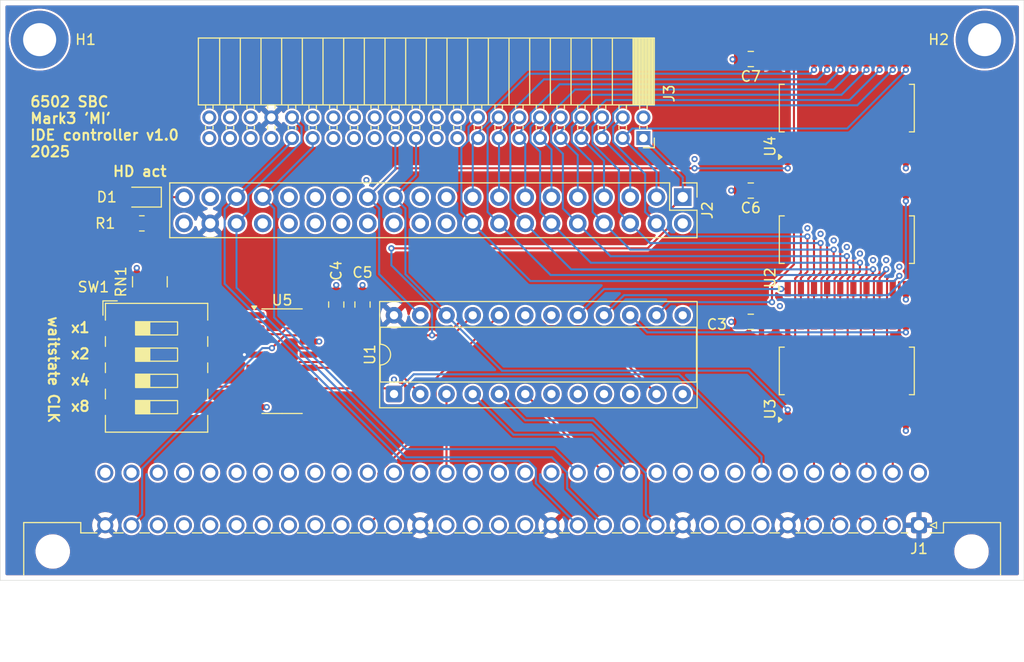
<source format=kicad_pcb>
(kicad_pcb (version 20241229) (generator "pcbnew") (generator_version "9.0")
  (layers (0 "F.Cu" signal) (4 "In1.Cu" signal) (6 "In2.Cu" signal) (2 "B.Cu" signal) (13 "F.Paste" user) (15 "B.Paste" user) (5 "F.SilkS" user "F.Silkscreen") (7 "B.SilkS" user "B.Silkscreen") (1 "F.Mask" user) (3 "B.Mask" user) (25 "Edge.Cuts" user))
  (net 0 "")
  (net 2 "GND")
  (net 5 "/~{IO_SEL_BUS}")
  (net 7 "/DB4")
  (net 8 "/DB1")
  (net 9 "VCC")
  (net 10 "/RES")
  (net 11 "/PLD_O8")
  (net 12 "/~{IOEN_01}")
  (net 13 "/DB6")
  (net 16 "/~{IO_WR}")
  (net 17 "/~{IOEN_06}")
  (net 18 "/PLD_O9")
  (net 19 "/AB0")
  (net 20 "/~{IOEN_07}")
  (net 22 "/DB5")
  (net 23 "/DB3")
  (net 24 "/CLOCK")
  (net 26 "/AB2")
  (net 27 "/DB0")
  (net 28 "/~{RES}")
  (net 29 "/~{IO_RD}")
  (net 30 "/~{NMI}")
  (net 31 "/~{IOEN_04}")
  (net 32 "/DB7")
  (net 33 "/AB4")
  (net 36 "/AB3")
  (net 37 "/PLD_I1")
  (net 39 "/PLD_O7")
  (net 41 "/AB1")
  (net 42 "/~{IOEN_02_UART}")
  (net 43 "/SYNC")
  (net 45 "/~{IOEN_00_GPIO0}")
  (net 48 "/~{IOEN_03}")
  (net 49 "/~{IRQ}")
  (net 50 "/~{IOEN_05}")
  (net 51 "/DB2")
  (net 54 "/RDY")
  (net 56 "/HD05")
  (net 57 "/HD01")
  (net 60 "/~{HD_WR}")
  (net 61 "/HD11")
  (net 63 "/~{HD_RD}")
  (net 65 "/HD04")
  (net 67 "/HD02")
  (net 68 "/HD07")
  (net 71 "/HD13")
  (net 73 "/HD15")
  (net 75 "/HD00")
  (net 77 "/HD09")
  (net 78 "/HD14")
  (net 79 "/HD10")
  (net 80 "/HD03")
  (net 82 "/HD12")
  (net 83 "/HD06")
  (net 85 "/HD08")
  (net 86 "/~{COUNTER_LOAD}")
  (net 87 "/~{LATCH_HI}")
  (net 90 "/~{EN_LO}")
  (net 91 "/WAITSTATE")
  (net 92 "/~{LATCH_HI_WR}")
  (net 94 "/COUNTER_DONE")
  (net 95 "/~{EN_HI}")
  (net 96 "/WAS_SEL")
  (net 104 "Net-(RN1-R4.1)")
  (net 105 "Net-(RN1-R3.1)")
  (net 106 "Net-(RN1-R1.1)")
  (net 107 "Net-(RN1-R2.1)")
  (net 127 "Net-(D1-K)")
  (net 128 "Net-(D1-A)")
  (footprint "LED_SMD:LED_0805_2012Metric_Pad1.15x1.40mm_HandSolder" (layer "F.Cu") (at 54.365 105.41 180)
    (property "Reference" "D1")
    (property "Value" "LED")
  )
  (footprint "MountingHole:MountingHole_3.2mm_M3_DIN965_Pad" (layer "F.Cu") (at 135.89 90.17)
    (property "Reference" "H2")
    (property "Value" "GND")
  )
  (footprint "Package_SO:SO-20_12.8x7.5mm_P1.27mm" (layer "F.Cu") (at 122.555 109.525 90)
    (property "Reference" "U2")
    (property "Value" "74HCT574")
  )
  (footprint "Connector_PinHeader_2.54mm:PinHeader_2x20_P2.54mm_Vertical" (layer "F.Cu") (at 106.68 105.41 -90)
    (property "Reference" "J2")
    (property "Value" "Conn_02x20_Odd_Even")
  )
  (footprint "Resistor_SMD:R_Array_Convex_4x0612" (layer "F.Cu") (at 55.118 113.603 90)
    (property "Reference" "RN1")
    (property "Value" "R_Pack04")
  )
  (footprint "Button_Switch_SMD:SW_DIP_SPSTx04_Slide_9.78x12.34mm_W8.61mm_P2.54mm" (layer "F.Cu") (at 55.766 121.92)
    (property "Reference" "SW1")
    (property "Value" "SW_DIP_x04")
  )
  (footprint "Package_SO:SO-20_12.8x7.5mm_P1.27mm" (layer "F.Cu") (at 122.555 122.225 90)
    (property "Reference" "U3")
    (property "Value" "74HCT574")
  )
  (footprint "Connector_PinSocket_2.00mm:PinSocket_2x22_P2.00mm_Horizontal" (layer "F.Cu") (at 102.87 99.695 -90)
    (property "Reference" "J3")
    (property "Value" "Conn_02x22_Odd_Even")
  )
  (footprint "Capacitor_SMD:C_0805_2012Metric_Pad1.18x1.45mm_HandSolder" (layer "F.Cu") (at 113.2625 92.046806 180)
    (property "Reference" "C7")
    (property "Value" "100nF")
  )
  (footprint "Package_DIP:DIP-24_W7.62mm_Socket" (layer "F.Cu") (at 78.74 124.46 90)
    (property "Reference" "U1")
    (property "Value" "PAL20RS10")
  )
  (footprint "Capacitor_SMD:C_0805_2012Metric_Pad1.18x1.45mm_HandSolder" (layer "F.Cu") (at 113.2625 104.775 180)
    (property "Reference" "C6")
    (property "Value" "100nF")
  )
  (footprint "Connector_DIN:DIN41612_C_2x32_Male_Horizontal_THT" (layer "F.Cu") (at 129.54 137.16 180)
    (property "Reference" "J1")
    (property "Value" "DIN41612_02x32_AC")
  )
  (footprint "Package_SO:SO-16_3.9x9.9mm_P1.27mm" (layer "F.Cu") (at 67.91 121.285)
    (property "Reference" "U5")
    (property "Value" "74HC193")
  )
  (footprint "Package_SO:SO-20_12.8x7.5mm_P1.27mm" (layer "F.Cu") (at 122.555 96.796806 90)
    (property "Reference" "U4")
    (property "Value" "74HC245")
  )
  (footprint "MountingHole:MountingHole_3.2mm_M3_DIN965_Pad" (layer "F.Cu") (at 44.45 90.17)
    (property "Reference" "H1")
    (property "Value" "GND")
  )
  (footprint "Capacitor_SMD:C_0805_2012Metric_Pad1.18x1.45mm_HandSolder" (layer "F.Cu") (at 73.152 115.8025 90)
    (property "Reference" "C4")
    (property "Value" "100nF")
  )
  (footprint "Capacitor_SMD:C_0805_2012Metric_Pad1.18x1.45mm_HandSolder" (layer "F.Cu") (at 113.2625 117.475 180)
    (property "Reference" "C3")
    (property "Value" "100nF")
  )
  (footprint "Resistor_SMD:R_0805_2012Metric_Pad1.20x1.40mm_HandSolder" (layer "F.Cu") (at 54.34 107.95 180)
    (property "Reference" "R1")
    (property "Value" "R")
  )
  (footprint "Capacitor_SMD:C_0805_2012Metric_Pad1.18x1.45mm_HandSolder" (layer "F.Cu") (at 75.692 115.8025 90)
    (property "Reference" "C5")
    (property "Value" "100nF")
  )
  (gr_line (start 139.7 142.494) (end 40.64 142.494) (stroke (width 0.05)) (layer "Edge.Cuts"))
  (gr_line (start 40.64 86.36) (end 139.7 86.36) (stroke (width 0.05)) (layer "Edge.Cuts"))
  (gr_line (start 40.64 142.494) (end 40.64 86.36) (stroke (width 0.05)) (layer "Edge.Cuts"))
  (gr_line (start 139.7 86.36) (end 139.7 142.494) (stroke (width 0.05)) (layer "Edge.Cuts"))
  (gr_text "6502 SBC \nMark3 'MI'\nIDE controller v1.0\n2025" (at 43.434 101.6 0) (layer "F.SilkS") (effects (font (size 1 1) (thickness 0.2) (bold yes)) (justify left bottom)))
  (gr_text "x1" (at 47.371 118.618 0) (layer "F.SilkS") (effects (font (size 1 1) (thickness 0.2) (bold yes)) (justify left bottom)))
  (gr_text "HD act" (at 51.435 103.505 0) (layer "F.SilkS") (effects (font (size 1 1) (thickness 0.2) (bold yes)) (justify left bottom)))
  (gr_text "waitstate CLK" (at 45.212 116.84 270) (layer "F.SilkS") (effects (font (size 1 1) (thickness 0.2) (bold yes)) (justify left bottom)))
  (gr_text "x2" (at 47.371 121.158 0) (layer "F.SilkS") (effects (font (size 1 1) (thickness 0.2) (bold yes)) (justify left bottom)))
  (gr_text "x4" (at 47.371 123.698 0) (layer "F.SilkS") (effects (font (size 1 1) (thickness 0.2) (bold yes)) (justify left bottom)))
  (gr_text "x8" (at 47.371 126.238 0) (layer "F.SilkS") (effects (font (size 1 1) (thickness 0.2) (bold yes)) (justify left bottom)))
  (segment (start 111.534194 92.046806) (end 111.506 92.075) (width 0.5) (layer "F.Cu") (net 2))
  (segment (start 112.225 117.475) (end 111.379 117.475) (width 0.5) (layer "F.Cu") (net 2))
  (segment (start 56.388 112.903) (end 53.848 112.903) (width 0.5) (layer "F.Cu") (net 2))
  (segment (start 112.225 104.775) (end 111.379 104.775) (width 0.5) (layer "F.Cu") (net 2))
  (segment (start 71.5 119.38) (end 71.501 119.379) (width 0.5) (layer "F.Cu") (net 2))
  (segment (start 53.848 112.903) (end 53.848 112.268) (width 0.5) (layer "F.Cu") (net 2))
  (segment (start 73.152 114.765) (end 73.152 113.919) (width 0.5) (layer "F.Cu") (net 2))
  (segment (start 70.485 119.38) (end 71.5 119.38) (width 0.5) (layer "F.Cu") (net 2))
  (segment (start 128.27 127) (end 128.27 128.016) (width 0.5) (layer "F.Cu") (net 2))
  (segment (start 112.225 92.046806) (end 111.534194 92.046806) (width 0.5) (layer "F.Cu") (net 2))
  (segment (start 128.27 101.546806) (end 128.27 102.616) (width 0.5) (layer "F.Cu") (net 2))
  (segment (start 128.27 114.3) (end 128.27 115.316) (width 0.5) (layer "F.Cu") (net 2))
  (segment (start 65.335 125.73) (end 66.421 125.73) (width 0.5) (layer "F.Cu") (net 2))
  (segment (start 75.692 114.765) (end 75.692 113.919) (width 0.5) (layer "F.Cu") (net 2))
  (via (at 128.27 128.016) (size 0.6) (drill 0.3) (layers "F.Cu" "B.Cu") (net 2))
  (via (at 128.27 102.616) (size 0.6) (drill 0.3) (layers "F.Cu" "B.Cu") (net 2))
  (via (at 107.823 101.727) (size 0.6) (drill 0.3) (layers "F.Cu" "B.Cu") (net 2))
  (via (at 75.692 113.919) (size 0.6) (drill 0.3) (layers "F.Cu" "B.Cu") (net 2))
  (via (at 66.421 125.73) (size 0.6) (drill 0.3) (layers "F.Cu" "B.Cu") (net 2))
  (via (at 120.015 108.966) (size 0.6) (drill 0.3) (layers "F.Cu" "B.Cu") (net 2))
  (via (at 128.27 115.316) (size 0.6) (drill 0.3) (layers "F.Cu" "B.Cu") (net 2))
  (via (at 73.152 113.919) (size 0.6) (drill 0.3) (layers "F.Cu" "B.Cu") (net 2))
  (via (at 78.74 123.063) (size 0.6) (drill 0.3) (layers "F.Cu" "B.Cu") (net 2))
  (via (at 116.078 115.951) (size 0.6) (drill 0.3) (layers "F.Cu" "B.Cu") (net 2))
  (via (at 76.073 103.759) (size 0.6) (drill 0.3) (layers "F.Cu" "B.Cu") (net 2))
  (via (at 53.848 112.268) (size 0.6) (drill 0.3) (layers "F.Cu" "B.Cu") (net 2))
  (via (at 123.825 110.871) (size 0.6) (drill 0.3) (layers "F.Cu" "B.Cu") (net 2))
  (via (at 127.635 112.141) (size 0.6) (drill 0.3) (layers "F.Cu" "B.Cu") (net 2))
  (via (at 125.095 111.506) (size 0.6) (drill 0.3) (layers "F.Cu" "B.Cu") (net 2))
  (via (at 71.501 119.379) (size 0.6) (drill 0.3) (layers "F.Cu" "B.Cu") (net 2))
  (via (at 122.555 110.236) (size 0.6) (drill 0.3) (layers "F.Cu" "B.Cu") (net 2))
  (via (at 111.379 104.775) (size 0.6) (drill 0.3) (layers "F.Cu" "B.Cu") (net 2))
  (via (at 111.379 117.475) (size 0.6) (drill 0.3) (layers "F.Cu" "B.Cu") (net 2))
  (via (at 118.745 108.419997) (size 0.6) (drill 0.3) (layers "F.Cu" "B.Cu") (net 2))
  (via (at 121.285 109.601) (size 0.6) (drill 0.3) (layers "F.Cu" "B.Cu") (net 2))
  (via (at 126.365 111.506) (size 0.6) (drill 0.3) (layers "F.Cu" "B.Cu") (net 2))
  (via (at 111.506 92.075) (size 0.6) (drill 0.3) (layers "F.Cu" "B.Cu") (net 2))
  (segment (start 123.19 104.775) (end 123.19 101.546806) (width 0.2) (layer "F.Cu") (net 7))
  (segment (start 123.19 135.89) (end 123.19 126.975) (width 0.2) (layer "F.Cu") (net 7))
  (segment (start 122.639 126.449) (end 122.639 113.299) (width 0.2) (layer "F.Cu") (net 7))
  (segment (start 123.19 127) (end 122.639 126.449) (width 0.2) (layer "F.Cu") (net 7))
  (segment (start 124.46 137.16) (end 123.19 135.89) (width 0.2) (layer "F.Cu") (net 7))
  (segment (start 123.19 112.748) (end 123.19 104.8) (width 0.2) (layer "F.Cu") (net 7))
  (segment (start 122.639 113.299) (end 123.19 112.748) (width 0.2) (layer "F.Cu") (net 7))
  (segment (start 119.38 132.08) (end 119.38 126.975) (width 0.2) (layer "F.Cu") (net 8))
  (segment (start 119.38 104.775) (end 119.38 101.546806) (width 0.2) (layer "F.Cu") (net 8))
  (segment (start 119.38 112.748) (end 119.38 104.8) (width 0.2) (layer "F.Cu") (net 8))
  (segment (start 118.829 126.449) (end 118.829 113.299) (width 0.2) (layer "F.Cu") (net 8))
  (segment (start 119.38 127) (end 118.829 126.449) (width 0.2) (layer "F.Cu") (net 8))
  (segment (start 118.829 113.299) (end 119.38 112.748) (width 0.2) (layer "F.Cu") (net 8))
  (segment (start 75.692 116.84) (end 73.152 116.84) (width 0.5) (layer "F.Cu") (net 9))
  (segment (start 114.3 92.046806) (end 116.84 92.046806) (width 0.5) (layer "F.Cu") (net 9))
  (segment (start 114.3 104.775) (end 114.3 92.046806) (width 0.5) (layer "F.Cu") (net 9))
  (segment (start 115.57 135.89) (end 115.57 130.81) (width 0.5) (layer "F.Cu") (net 9))
  (segment (start 114.3 117.475) (end 110.109 113.284) (width 0.5) (layer "F.Cu") (net 9))
  (segment (start 115.57 130.81) (end 114.3 129.54) (width 0.5) (layer "F.Cu") (net 9))
  (segment (start 64.262 120.65) (end 65.335 120.65) (width 0.5) (layer "F.Cu") (net 9))
  (segment (start 73.152 116.84) (end 70.485 116.84) (width 0.5) (layer "F.Cu") (net 9))
  (segment (start 105.454 138.386) (end 95.206 138.386) (width 0.5) (layer "F.Cu") (net 9))
  (segment (start 116.815 117.475) (end 116.84 117.5) (width 0.5) (layer "F.Cu") (net 9))
  (segment (start 115.614 138.386) (end 107.906 138.386) (width 0.5) (layer "F.Cu") (net 9))
  (segment (start 114.3 117.446806) (end 114.3 104.775) (width 0.5) (layer "F.Cu") (net 9))
  (segment (start 110.109 113.284) (end 79.248 113.284) (width 0.5) (layer "F.Cu") (net 9))
  (segment (start 116.84 137.16) (end 115.614 138.386) (width 0.5) (layer "F.Cu") (net 9))
  (segment (start 79.248 113.284) (end 75.692 116.84) (width 0.5) (layer "F.Cu") (net 9))
  (segment (start 95.206 138.386) (end 93.98 137.16) (width 0.5) (layer "F.Cu") (net 9))
  (segment (start 107.906 138.386) (end 106.68 137.16) (width 0.5) (layer "F.Cu") (net 9))
  (segment (start 116.815 104.775) (end 116.84 104.8) (width 0.5) (layer "F.Cu") (net 9))
  (segment (start 114.3 104.775) (end 116.815 104.775) (width 0.5) (layer "F.Cu") (net 9))
  (segment (start 114.3 117.475) (end 116.815 117.475) (width 0.5) (layer "F.Cu") (net 9))
  (segment (start 114.3 129.54) (end 114.3 117.446806) (width 0.5) (layer "F.Cu") (net 9))
  (segment (start 106.68 137.16) (end 105.454 138.386) (width 0.5) (layer "F.Cu") (net 9))
  (segment (start 116.84 137.16) (end 115.57 135.89) (width 0.5) (layer "F.Cu") (net 9))
  (via (at 64.262 120.65) (size 0.6) (drill 0.3) (layers "F.Cu" "B.Cu") (net 9))
  (segment (start 52.026 135.934) (end 52.026 131.660174) (width 0.5) (layer "B.Cu") (net 9))
  (segment (start 52.026 131.660174) (end 63.036174 120.65) (width 0.5) (layer "B.Cu") (net 9))
  (segment (start 50.8 137.16) (end 52.026 135.934) (width 0.5) (layer "B.Cu") (net 9))
  (segment (start 63.036174 120.65) (end 64.262 120.65) (width 0.5) (layer "B.Cu") (net 9))
  (segment (start 83.82 124.46) (end 83.82 132.08) (width 0.2) (layer "F.Cu") (net 12))
  (segment (start 125.73 127) (end 125.179 126.449) (width 0.2) (layer "F.Cu") (net 13))
  (segment (start 125.179 113.299) (end 125.73 112.748) (width 0.2) (layer "F.Cu") (net 13))
  (segment (start 125.73 104.775) (end 125.73 101.546806) (width 0.2) (layer "F.Cu") (net 13))
  (segment (start 127 137.16) (end 125.73 135.89) (width 0.2) (layer "F.Cu") (net 13))
  (segment (start 125.73 112.748) (end 125.73 104.8) (width 0.2) (layer "F.Cu") (net 13))
  (segment (start 125.179 126.449) (end 125.179 113.299) (width 0.2) (layer "F.Cu") (net 13))
  (segment (start 125.73 135.89) (end 125.73 126.975) (width 0.2) (layer "F.Cu") (net 13))
  (segment (start 91.44 127) (end 88.9 124.46) (width 0.2) (layer "B.Cu") (net 16))
  (segment (start 104.14 137.16) (end 103.114 136.134) (width 0.2) (layer "B.Cu") (net 16))
  (segment (start 103.114 132.143016) (end 97.970984 127) (width 0.2) (layer "B.Cu") (net 16))
  (segment (start 103.114 136.134) (end 103.114 132.143016) (width 0.2) (layer "B.Cu") (net 16))
  (segment (start 97.970984 127) (end 91.44 127) (width 0.2) (layer "B.Cu") (net 16))
  (segment (start 69.589744 123.909) (end 78.189 123.909) (width 0.2) (layer "F.Cu") (net 18))
  (segment (start 67.600744 121.92) (end 69.589744 123.909) (width 0.2) (layer "F.Cu") (net 18))
  (segment (start 65.335 121.92) (end 67.600744 121.92) (width 0.2) (layer "F.Cu") (net 18))
  (segment (start 78.189 123.909) (end 78.74 124.46) (width 0.2) (layer "F.Cu") (net 18))
  (segment (start 78.74 124.46) (end 80.645 122.555) (width 0.2) (layer "B.Cu") (net 18))
  (segment (start 106.33205 122.555) (end 114.3 130.52295) (width 0.2) (layer "B.Cu") (net 18))
  (segment (start 114.3 130.52295) (end 114.3 132.08) (width 0.2) (layer "B.Cu") (net 18))
  (segment (start 80.645 122.555) (end 106.33205 122.555) (width 0.2) (layer "B.Cu") (net 18))
  (segment (start 96.52 137.16) (end 92.466 133.106) (width 0.2) (layer "B.Cu") (net 19))
  (segment (start 62.357 113.792) (end 62.357 106.553) (width 0.2) (layer "B.Cu") (net 19))
  (segment (start 92.466 133.106) (end 92.466 131.655016) (width 0.2) (layer "B.Cu") (net 19))
  (segment (start 91.747984 130.937) (end 79.502 130.937) (width 0.2) (layer "B.Cu") (net 19))
  (segment (start 79.502 130.937) (end 62.357 113.792) (width 0.2) (layer "B.Cu") (net 19))
  (segment (start 92.466 131.655016) (end 91.747984 130.937) (width 0.2) (layer "B.Cu") (net 19))
  (segment (start 68.87 100.04) (end 68.87 99.695) (width 0.2) (layer "B.Cu") (net 19))
  (segment (start 62.357 106.553) (end 63.5 105.41) (width 0.2) (layer "B.Cu") (net 19))
  (segment (start 63.5 105.41) (end 68.87 100.04) (width 0.2) (layer "B.Cu") (net 19))
  (segment (start 124.46 127) (end 123.909 126.449) (width 0.2) (layer "F.Cu") (net 22))
  (segment (start 124.46 132.08) (end 124.46 126.975) (width 0.2) (layer "F.Cu") (net 22))
  (segment (start 123.909 126.449) (end 123.909 113.299) (width 0.2) (layer "F.Cu") (net 22))
  (segment (start 124.46 104.775) (end 124.46 101.546806) (width 0.2) (layer "F.Cu") (net 22))
  (segment (start 124.46 112.748) (end 124.46 104.8) (width 0.2) (layer "F.Cu") (net 22))
  (segment (start 123.909 113.299) (end 124.46 112.748) (width 0.2) (layer "F.Cu") (net 22))
  (segment (start 121.369 113.299) (end 121.92 112.748) (width 0.2) (layer "F.Cu") (net 23))
  (segment (start 121.92 104.775) (end 121.92 101.546806) (width 0.2) (layer "F.Cu") (net 23))
  (segment (start 121.92 132.08) (end 121.92 126.975) (width 0.2) (layer "F.Cu") (net 23))
  (segment (start 121.92 112.748) (end 121.92 104.8) (width 0.2) (layer "F.Cu") (net 23))
  (segment (start 121.369 126.449) (end 121.369 113.299) (width 0.2) (layer "F.Cu") (net 23))
  (segment (start 121.92 127) (end 121.369 126.449) (width 0.2) (layer "F.Cu") (net 23))
  (segment (start 64.643 105.231562) (end 69.796 100.078562) (width 0.2) (layer "B.Cu") (net 26))
  (segment (start 63.5 114.173) (end 79.913 130.586) (width 0.2) (layer "B.Cu") (net 26))
  (segment (start 95.494 132.07) (end 95.494 133.594) (width 0.2) (layer "B.Cu") (net 26))
  (segment (start 63.5 107.95) (end 63.5 114.173) (width 0.2) (layer "B.Cu") (net 26))
  (segment (start 79.913 130.586) (end 94.01 130.586) (width 0.2) (layer "B.Cu") (net 26))
  (segment (start 95.494 133.594) (end 99.06 137.16) (width 0.2) (layer "B.Cu") (net 26))
  (segment (start 69.796 100.078562) (end 69.796 98.621) (width 0.2) (layer "B.Cu") (net 26))
  (segment (start 63.5 107.95) (end 64.643 106.807) (width 0.2) (layer "B.Cu") (net 26))
  (segment (start 94.01 130.586) (end 95.494 132.07) (width 0.2) (layer "B.Cu") (net 26))
  (segment (start 64.643 106.807) (end 64.643 105.231562) (width 0.2) (layer "B.Cu") (net 26))
  (segment (start 69.796 98.621) (end 68.87 97.695) (width 0.2) (layer "B.Cu") (net 26))
  (segment (start 117.559 113.274) (end 118.11 112.723) (width 0.2) (layer "F.Cu") (net 27))
  (segment (start 118.11 104.775) (end 118.11 101.546806) (width 0.2) (layer "F.Cu") (net 27))
  (segment (start 119.38 137.16) (end 118.11 135.89) (width 0.2) (layer "F.Cu") (net 27))
  (segment (start 118.11 135.89) (end 118.11 126.975) (width 0.2) (layer "F.Cu") (net 27))
  (segment (start 118.11 112.723) (end 118.11 104.775) (width 0.2) (layer "F.Cu") (net 27))
  (segment (start 117.559 126.424) (end 117.559 113.274) (width 0.2) (layer "F.Cu") (net 27))
  (segment (start 118.11 126.975) (end 117.559 126.424) (width 0.2) (layer "F.Cu") (net 27))
  (segment (start 106.68 105.41) (end 105.529 106.561) (width 0.2) (layer "F.Cu") (net 28))
  (segment (start 97.571 117.891) (end 93.544661 117.891) (width 0.2) (layer "F.Cu") (net 28))
  (segment (start 85.22667 117.35767) (end 83.805339 118.779) (width 0.2) (layer "F.Cu") (net 28))
  (segment (start 105.529 106.561) (end 105.529 108.11805) (width 0.2) (layer "F.Cu") (net 28))
  (segment (start 105.529 108.11805) (end 103.28405 110.363) (width 0.2) (layer "F.Cu") (net 28))
  (segment (start 92.837 116.205) (end 92.075 115.443) (width 0.2) (layer "F.Cu") (net 28))
  (segment (start 85.22667 116.19533) (end 85.22667 117.35767) (width 0.2) (layer "F.Cu") (net 28))
  (segment (start 92.837 117.183339) (end 92.837 116.205) (width 0.2) (layer "F.Cu") (net 28))
  (segment (start 68.165 118.779) (end 66.929 120.015) (width 0.2) (layer "F.Cu") (net 28))
  (segment (start 103.28405 110.363) (end 78.486 110.363) (width 0.2) (layer "F.Cu") (net 28))
  (segment (start 93.544661 117.891) (end 92.837 117.183339) (width 0.2) (layer "F.Cu") (net 28))
  (segment (start 92.075 115.443) (end 85.979 115.443) (width 0.2) (layer "F.Cu") (net 28))
  (segment (start 83.805339 118.779) (end 68.165 118.779) (width 0.2) (layer "F.Cu") (net 28))
  (segment (start 85.979 115.443) (end 85.22667 116.19533) (width 0.2) (layer "F.Cu") (net 28))
  (segment (start 104.14 124.46) (end 97.571 117.891) (width 0.2) (layer "F.Cu") (net 28))
  (via (at 66.929 120.015) (size 0.6) (drill 0.3) (layers "F.Cu" "B.Cu") (net 28))
  (via (at 82.423 118.779) (size 0.6) (drill 0.3) (layers "F.Cu" "B.Cu") (net 28))
  (via (at 78.486 110.363) (size 0.6) (drill 0.3) (layers "F.Cu" "B.Cu") (net 28))
  (segment (start 106.68 103.505) (end 102.87 99.695) (width 0.2) (layer "B.Cu") (net 28))
  (segment (start 66.006016 120.015) (end 54.366 131.655016) (width 0.2) (layer "B.Cu") (net 28))
  (segment (start 82.423 115.939388) (end 82.423 118.779) (width 0.2) (layer "B.Cu") (net 28))
  (segment (start 54.366 136.134) (end 53.34 137.16) (width 0.2) (layer "B.Cu") (net 28))
  (segment (start 66.929 120.015) (end 66.006016 120.015) (width 0.2) (layer "B.Cu") (net 28))
  (segment (start 78.486 110.363) (end 78.486 112.002388) (width 0.2) (layer "B.Cu") (net 28))
  (segment (start 106.68 105.41) (end 106.68 103.505) (width 0.2) (layer "B.Cu") (net 28))
  (segment (start 78.486 112.002388) (end 82.423 115.939388) (width 0.2) (layer "B.Cu") (net 28))
  (segment (start 54.366 131.655016) (end 54.366 136.134) (width 0.2) (layer "B.Cu") (net 28))
  (segment (start 90.297 128.397) (end 86.36 124.46) (width 0.2) (layer "B.Cu") (net 29))
  (segment (start 101.6 132.08) (end 97.917 128.397) (width 0.2) (layer "B.Cu") (net 29))
  (segment (start 97.917 128.397) (end 90.297 128.397) (width 0.2) (layer "B.Cu") (net 29))
  (segment (start 127 112.748) (end 127 104.8) (width 0.2) (layer "F.Cu") (net 32))
  (segment (start 127 127) (end 126.449 126.449) (width 0.2) (layer "F.Cu") (net 32))
  (segment (start 126.449 113.299) (end 127 112.748) (width 0.2) (layer "F.Cu") (net 32))
  (segment (start 127 104.775) (end 127 101.546806) (width 0.2) (layer "F.Cu") (net 32))
  (segment (start 127 132.08) (end 127 126.975) (width 0.2) (layer "F.Cu") (net 32))
  (segment (start 126.449 126.449) (end 126.449 113.299) (width 0.2) (layer "F.Cu") (net 32))
  (segment (start 99.06 132.08) (end 91.44 124.46) (width 0.2) (layer "F.Cu") (net 36))
  (segment (start 70.87 100.58) (end 70.87 99.695) (width 0.2) (layer "B.Cu") (net 41))
  (segment (start 96.52 132.08) (end 94.234 129.794) (width 0.2) (layer "B.Cu") (net 41))
  (segment (start 67.141 117.052) (end 67.141 106.511) (width 0.2) (layer "B.Cu") (net 41))
  (segment (start 79.883 129.794) (end 67.141 117.052) (width 0.2) (layer "B.Cu") (net 41))
  (segment (start 66.04 105.41) (end 70.87 100.58) (width 0.2) (layer "B.Cu") (net 41))
  (segment (start 67.141 106.511) (end 66.04 105.41) (width 0.2) (layer "B.Cu") (net 41))
  (segment (start 94.234 129.794) (end 79.883 129.794) (width 0.2) (layer "B.Cu") (net 41))
  (segment (start 120.65 127) (end 120.099 126.449) (width 0.2) (layer "F.Cu") (net 51))
  (segment (start 120.65 112.748) (end 120.65 104.8) (width 0.2) (layer "F.Cu") (net 51))
  (segment (start 120.65 135.89) (end 120.65 126.975) (width 0.2) (layer "F.Cu") (net 51))
  (segment (start 120.099 126.449) (end 120.099 113.299) (width 0.2) (layer "F.Cu") (net 51))
  (segment (start 121.92 137.16) (end 120.65 135.89) (width 0.2) (layer "F.Cu") (net 51))
  (segment (start 120.65 104.775) (end 120.65 101.546806) (width 0.2) (layer "F.Cu") (net 51))
  (segment (start 120.099 113.299) (end 120.65 112.748) (width 0.2) (layer "F.Cu") (net 51))
  (segment (start 82.769 126.600016) (end 77.226 132.143016) (width 0.2) (layer "F.Cu") (net 54))
  (segment (start 77.226 136.134) (end 76.2 137.16) (width 0.2) (layer "F.Cu") (net 54))
  (segment (start 77.226 132.143016) (end 77.226 136.134) (width 0.2) (layer "F.Cu") (net 54))
  (segment (start 88.9 116.84) (end 82.769 122.971) (width 0.2) (layer "F.Cu") (net 54))
  (segment (start 82.769 122.971) (end 82.769 126.600016) (width 0.2) (layer "F.Cu") (net 54))
  (via (at 125.73 93.091) (size 0.6) (drill 0.3) (layers "F.Cu" "B.Cu") (net 56))
  (segment (start 97.944 97.311438) (end 99.243438 96.012) (width 0.2) (layer "B.Cu") (net 56))
  (segment (start 99.243438 96.012) (end 122.809 96.012) (width 0.2) (layer "B.Cu") (net 56))
  (segment (start 96.87 99.004562) (end 97.944 97.930562) (width 0.2) (layer "B.Cu") (net 56))
  (segment (start 99.06 101.885) (end 96.87 99.695) (width 0.2) (layer "B.Cu") (net 56))
  (segment (start 96.87 99.695) (end 96.87 99.004562) (width 0.2) (layer "B.Cu") (net 56))
  (segment (start 99.06 105.41) (end 99.06 101.885) (width 0.2) (layer "B.Cu") (net 56))
  (segment (start 122.809 96.012) (end 125.73 93.091) (width 0.2) (layer "B.Cu") (net 56))
  (segment (start 97.944 97.930562) (end 97.944 97.311438) (width 0.2) (layer "B.Cu") (net 56))
  (segment (start 120.65 93.091) (end 120.65 92.046806) (width 0.2) (layer "F.Cu") (net 57))
  (via (at 120.65 93.091) (size 0.6) (drill 0.3) (layers "F.Cu" "B.Cu") (net 57))
  (segment (start 93.245438 94.01) (end 119.38 94.01) (width 0.2) (layer "B.Cu") (net 57))
  (segment (start 88.87 99.695) (end 88.87 99.152562) (width 0.2) (layer "B.Cu") (net 57))
  (segment (start 89.944 97.311438) (end 93.245438 94.01) (width 0.2) (layer "B.Cu") (net 57))
  (segment (start 88.9 105.41) (end 88.9 99.725) (width 0.2) (layer "B.Cu") (net 57))
  (segment (start 89.944 98.078562) (end 89.944 97.311438) (width 0.2) (layer "B.Cu") (net 57))
  (segment (start 119.38 94.01) (end 119.731 94.01) (width 0.2) (layer "B.Cu") (net 57))
  (segment (start 88.87 99.152562) (end 89.944 98.078562) (width 0.2) (layer "B.Cu") (net 57))
  (segment (start 88.9 99.725) (end 88.87 99.695) (width 0.2) (layer "B.Cu") (net 57))
  (segment (start 119.731 94.01) (end 120.65 93.091) (width 0.2) (layer "B.Cu") (net 57))
  (segment (start 116.84 125.984) (end 116.84 126.975) (width 0.2) (layer "F.Cu") (net 60))
  (via (at 116.84 125.984) (size 0.6) (drill 0.3) (layers "F.Cu" "B.Cu") (net 60))
  (segment (start 89.184 122.204) (end 113.06 122.204) (width 0.2) (layer "B.Cu") (net 60))
  (segment (start 83.82 116.84) (end 79.841 112.861) (width 0.2) (layer "B.Cu") (net 60))
  (segment (start 113.06 122.204) (end 116.84 125.984) (width 0.2) (layer "B.Cu") (net 60))
  (segment (start 79.841 112.861) (end 79.841 106.511) (width 0.2) (layer "B.Cu") (net 60))
  (segment (start 79.841 106.511) (end 78.74 105.41) (width 0.2) (layer "B.Cu") (net 60))
  (segment (start 83.82 116.84) (end 89.184 122.204) (width 0.2) (layer "B.Cu") (net 60))
  (segment (start 78.74 105.41) (end 80.87 103.28) (width 0.2) (layer "B.Cu") (net 60))
  (segment (start 80.87 103.28) (end 80.87 99.695) (width 0.2) (layer "B.Cu") (net 60))
  (segment (start 122.555 112.69) (end 121.92 113.325) (width 0.2) (layer "F.Cu") (net 61))
  (segment (start 121.92 117.475) (end 121.92 114.275) (width 0.2) (layer "F.Cu") (net 61))
  (segment (start 122.555 111.125) (end 122.555 112.69) (width 0.2) (layer "F.Cu") (net 61))
  (segment (start 121.92 113.325) (end 121.92 114.275) (width 0.2) (layer "F.Cu") (net 61))
  (via (at 122.555 111.125) (size 0.6) (drill 0.3) (layers "F.Cu" "B.Cu") (net 61))
  (segment (start 93.944 100.078562) (end 93.944 98.621) (width 0.2) (layer "B.Cu") (net 61))
  (segment (start 95.081 101.215562) (end 93.944 100.078562) (width 0.2) (layer "B.Cu") (net 61))
  (segment (start 99.695 111.125) (end 122.555 111.125) (width 0.2) (layer "B.Cu") (net 61))
  (segment (start 95.081 106.511) (end 95.081 101.215562) (width 0.2) (layer "B.Cu") (net 61))
  (segment (start 99.441 110.871) (end 99.695 111.125) (width 0.2) (layer "B.Cu") (net 61))
  (segment (start 96.52 107.95) (end 99.441 110.871) (width 0.2) (layer "B.Cu") (net 61))
  (segment (start 96.52 107.95) (end 95.081 106.511) (width 0.2) (layer "B.Cu") (net 61))
  (segment (start 93.944 98.621) (end 94.87 97.695) (width 0.2) (layer "B.Cu") (net 61))
  (segment (start 78.994 102.616) (end 76.2 105.41) (width 0.2) (layer "F.Cu") (net 63))
  (segment (start 107.823 102.616) (end 78.994 102.616) (width 0.2) (layer "F.Cu") (net 63))
  (segment (start 116.84 102.616) (end 116.84 101.546806) (width 0.2) (layer "F.Cu") (net 63))
  (via (at 116.84 102.616) (size 0.6) (drill 0.3) (layers "F.Cu" "B.Cu") (net 63))
  (via (at 107.823 102.616) (size 0.6) (drill 0.3) (layers "F.Cu" "B.Cu") (net 63))
  (segment (start 77.301 106.511) (end 76.2 105.41) (width 0.2) (layer "B.Cu") (net 63))
  (segment (start 107.823 102.616) (end 116.84 102.616) (width 0.2) (layer "B.Cu") (net 63))
  (segment (start 78.87 102.74) (end 78.87 99.695) (width 0.2) (layer "B.Cu") (net 63))
  (segment (start 77.301 112.861) (end 77.301 106.511) (width 0.2) (layer "B.Cu") (net 63))
  (segment (start 76.2 105.41) (end 78.87 102.74) (width 0.2) (layer "B.Cu") (net 63))
  (segment (start 81.28 116.84) (end 77.301 112.861) (width 0.2) (layer "B.Cu") (net 63))
  (segment (start 124.46 93.091) (end 124.46 92.046806) (width 0.2) (layer "F.Cu") (net 65))
  (via (at 124.46 93.091) (size 0.6) (drill 0.3) (layers "F.Cu" "B.Cu") (net 65))
  (segment (start 95.944 97.985) (end 95.944 97.311438) (width 0.2) (layer "B.Cu") (net 65))
  (segment (start 97.751438 95.504) (end 122.047 95.504) (width 0.2) (layer "B.Cu") (net 65))
  (segment (start 94.87 99.059) (end 95.944 97.985) (width 0.2) (layer "B.Cu") (net 65))
  (segment (start 122.047 95.504) (end 124.46 93.091) (width 0.2) (layer "B.Cu") (net 65))
  (segment (start 94.87 99.695) (end 94.87 99.059) (width 0.2) (layer "B.Cu") (net 65))
  (segment (start 95.944 97.311438) (end 97.751438 95.504) (width 0.2) (layer "B.Cu") (net 65))
  (segment (start 96.52 101.345) (end 94.87 99.695) (width 0.2) (layer "B.Cu") (net 65))
  (segment (start 96.52 105.41) (end 96.52 101.345) (width 0.2) (layer "B.Cu") (net 65))
  (segment (start 121.92 93.091) (end 121.92 92.046806) (width 0.2) (layer "F.Cu") (net 67))
  (via (at 121.92 93.091) (size 0.6) (drill 0.3) (layers "F.Cu" "B.Cu") (net 67))
  (segment (start 91.944 98.078562) (end 91.944 97.311438) (width 0.2) (layer "B.Cu") (net 67))
  (segment (start 90.87 99.152562) (end 91.944 98.078562) (width 0.2) (layer "B.Cu") (net 67))
  (segment (start 90.87 99.695) (end 90.87 99.152562) (width 0.2) (layer "B.Cu") (net 67))
  (segment (start 94.767438 94.488) (end 120.523 94.488) (width 0.2) (layer "B.Cu") (net 67))
  (segment (start 91.944 97.311438) (end 94.767438 94.488) (width 0.2) (layer "B.Cu") (net 67))
  (segment (start 91.44 105.41) (end 91.44 100.265) (width 0.2) (layer "B.Cu") (net 67))
  (segment (start 120.523 94.488) (end 121.92 93.091) (width 0.2) (layer "B.Cu") (net 67))
  (segment (start 91.44 100.265) (end 90.87 99.695) (width 0.2) (layer "B.Cu") (net 67))
  (segment (start 128.27 93.091) (end 128.27 92.046806) (width 0.2) (layer "F.Cu") (net 68))
  (via (at 128.27 93.091) (size 0.6) (drill 0.3) (layers "F.Cu" "B.Cu") (net 68))
  (segment (start 122.592 98.769) (end 128.27 93.091) (width 0.2) (layer "B.Cu") (net 68))
  (segment (start 101.796 98.769) (end 122.592 98.769) (width 0.2) (layer "B.Cu") (net 68))
  (segment (start 104.14 102.965) (end 100.87 99.695) (width 0.2) (layer "B.Cu") (net 68))
  (segment (start 100.87 99.695) (end 101.796 98.769) (width 0.2) (layer "B.Cu") (net 68))
  (segment (start 104.14 105.41) (end 104.14 102.965) (width 0.2) (layer "B.Cu") (net 68))
  (segment (start 124.46 117.475) (end 124.46 114.275) (width 0.2) (layer "F.Cu") (net 71))
  (segment (start 124.46 113.398) (end 124.46 114.275) (width 0.2) (layer "F.Cu") (net 71))
  (segment (start 125.095 112.395) (end 125.095 112.763) (width 0.2) (layer "F.Cu") (net 71))
  (segment (start 125.095 112.763) (end 124.46 113.398) (width 0.2) (layer "F.Cu") (net 71))
  (via (at 125.095 112.395) (size 0.6) (drill 0.3) (layers "F.Cu" "B.Cu") (net 71))
  (segment (start 89.944 98.621) (end 90.87 97.695) (width 0.2) (layer "B.Cu") (net 71))
  (segment (start 90.001 100.135562) (end 89.944 100.078562) (width 0.2) (layer "B.Cu") (net 71))
  (segment (start 95.885 112.395) (end 125.095 112.395) (width 0.2) (layer "B.Cu") (net 71))
  (segment (start 95.25 111.76) (end 95.885 112.395) (width 0.2) (layer "B.Cu") (net 71))
  (segment (start 91.44 107.95) (end 95.25 111.76) (width 0.2) (layer "B.Cu") (net 71))
  (segment (start 90.001 106.511) (end 90.001 100.135562) (width 0.2) (layer "B.Cu") (net 71))
  (segment (start 91.44 107.95) (end 90.001 106.511) (width 0.2) (layer "B.Cu") (net 71))
  (segment (start 89.944 100.078562) (end 89.944 98.621) (width 0.2) (layer "B.Cu") (net 71))
  (segment (start 127 114.275) (end 127 113.665) (width 0.2) (layer "F.Cu") (net 73))
  (segment (start 127 117.475) (end 127 114.275) (width 0.2) (layer "F.Cu") (net 73))
  (segment (start 127 113.665) (end 127.635 113.03) (width 0.2) (layer "F.Cu") (net 73))
  (via (at 127.635 113.03) (size 0.6) (drill 0.3) (layers "F.Cu" "B.Cu") (net 73))
  (segment (start 85.259 106.849) (end 85.259 100.615562) (width 0.2) (layer "B.Cu") (net 73))
  (segment (start 86.36 107.95) (end 85.259 106.849) (width 0.2) (layer "B.Cu") (net 73))
  (segment (start 91.937464 113.527464) (end 127.137536 113.527464) (width 0.2) (layer "B.Cu") (net 73))
  (segment (start 127.137536 113.527464) (end 127.635 113.03) (width 0.2) (layer "B.Cu") (net 73))
  (segment (start 85.259 100.615562) (end 85.944 99.930562) (width 0.2) (layer "B.Cu") (net 73))
  (segment (start 85.944 98.621) (end 86.87 97.695) (width 0.2) (layer "B.Cu") (net 73))
  (segment (start 86.36 107.95) (end 91.937464 113.527464) (width 0.2) (layer "B.Cu") (net 73))
  (segment (start 85.944 99.930562) (end 85.944 98.621) (width 0.2) (layer "B.Cu") (net 73))
  (segment (start 119.38 93.091) (end 119.38 92.046806) (width 0.2) (layer "F.Cu") (net 75))
  (via (at 119.38 93.091) (size 0.6) (drill 0.3) (layers "F.Cu" "B.Cu") (net 75))
  (segment (start 118.999 93.472) (end 119.38 93.091) (width 0.2) (layer "B.Cu") (net 75))
  (segment (start 86.87 99.152562) (end 87.944 98.078562) (width 0.2) (layer "B.Cu") (net 75))
  (segment (start 86.87 99.695) (end 86.87 99.152562) (width 0.2) (layer "B.Cu") (net 75))
  (segment (start 86.36 105.41) (end 86.36 100.205) (width 0.2) (layer "B.Cu") (net 75))
  (segment (start 86.36 100.205) (end 86.87 99.695) (width 0.2) (layer "B.Cu") (net 75))
  (segment (start 87.944 98.078562) (end 87.944 97.311438) (width 0.2) (layer "B.Cu") (net 75))
  (segment (start 87.944 97.311438) (end 91.783438 93.472) (width 0.2) (layer "B.Cu") (net 75))
  (segment (start 91.783438 93.472) (end 118.999 93.472) (width 0.2) (layer "B.Cu") (net 75))
  (segment (start 119.38 117.475) (end 119.38 114.275) (width 0.2) (layer "F.Cu") (net 77))
  (segment (start 120.015 109.855) (end 120.015 112.69) (width 0.2) (layer "F.Cu") (net 77))
  (segment (start 119.38 113.325) (end 119.38 114.275) (width 0.2) (layer "F.Cu") (net 77))
  (segment (start 120.015 112.69) (end 119.38 113.325) (width 0.2) (layer "F.Cu") (net 77))
  (via (at 120.015 109.855) (size 0.6) (drill 0.3) (layers "F.Cu" "B.Cu") (net 77))
  (segment (start 103.505 109.855) (end 120.015 109.855) (width 0.2) (layer "B.Cu") (net 77))
  (segment (start 100.499 102.781562) (end 97.944 100.226562) (width 0.2) (layer "B.Cu") (net 77))
  (segment (start 97.944 100.226562) (end 97.944 98.621) (width 0.2) (layer "B.Cu") (net 77))
  (segment (start 101.6 107.95) (end 103.378 109.728) (width 0.2) (layer "B.Cu") (net 77))
  (segment (start 103.378 109.728) (end 103.505 109.855) (width 0.2) (layer "B.Cu") (net 77))
  (segment (start 101.6 107.95) (end 100.499 106.849) (width 0.2) (layer "B.Cu") (net 77))
  (segment (start 97.944 98.621) (end 98.87 97.695) (width 0.2) (layer "B.Cu") (net 77))
  (segment (start 100.499 106.849) (end 100.499 102.781562) (width 0.2) (layer "B.Cu") (net 77))
  (segment (start 126.365 112.395) (end 126.365 112.609388) (width 0.2) (layer "F.Cu") (net 78))
  (segment (start 125.73 117.475) (end 125.73 114.275) (width 0.2) (layer "F.Cu") (net 78))
  (segment (start 126.365 112.609388) (end 125.73 113.244388) (width 0.2) (layer "F.Cu") (net 78))
  (segment (start 125.73 113.244388) (end 125.73 114.275) (width 0.2) (layer "F.Cu") (net 78))
  (via (at 126.365 112.395) (size 0.6) (drill 0.3) (layers "F.Cu" "B.Cu") (net 78))
  (segment (start 93.414397 112.464397) (end 93.896 112.946) (width 0.2) (layer "B.Cu") (net 78))
  (segment (start 88.9 107.95) (end 93.414397 112.464397) (width 0.2) (layer "B.Cu") (net 78))
  (segment (start 125.814 112.946) (end 126.365 112.395) (width 0.2) (layer "B.Cu") (net 78))
  (segment (start 88.9 107.95) (end 87.799 106.849) (width 0.2) (layer "B.Cu") (net 78))
  (segment (start 93.896 112.946) (end 125.814 112.946) (width 0.2) (layer "B.Cu") (net 78))
  (segment (start 87.799 98.766) (end 88.87 97.695) (width 0.2) (layer "B.Cu") (net 78))
  (segment (start 87.799 106.849) (end 87.799 98.766) (width 0.2) (layer "B.Cu") (net 78))
  (segment (start 120.65 113.325) (end 120.65 114.275) (width 0.2) (layer "F.Cu") (net 79))
  (segment (start 120.65 117.475) (end 120.65 114.275) (width 0.2) (layer "F.Cu") (net 79))
  (segment (start 121.285 110.49) (end 121.285 112.69) (width 0.2) (layer "F.Cu") (net 79))
  (segment (start 121.285 112.69) (end 120.65 113.325) (width 0.2) (layer "F.Cu") (net 79))
  (via (at 121.285 110.49) (size 0.6) (drill 0.3) (layers "F.Cu" "B.Cu") (net 79))
  (segment (start 99.06 107.95) (end 97.959 106.849) (width 0.2) (layer "B.Cu") (net 79))
  (segment (start 97.959 106.849) (end 97.959 102.093562) (width 0.2) (layer "B.Cu") (net 79))
  (segment (start 95.944 98.621) (end 96.87 97.695) (width 0.2) (layer "B.Cu") (net 79))
  (segment (start 97.959 102.093562) (end 95.944 100.078562) (width 0.2) (layer "B.Cu") (net 79))
  (segment (start 101.6 110.49) (end 121.285 110.49) (width 0.2) (layer "B.Cu") (net 79))
  (segment (start 99.06 107.95) (end 101.389 110.279) (width 0.2) (layer "B.Cu") (net 79))
  (segment (start 101.389 110.279) (end 101.6 110.49) (width 0.2) (layer "B.Cu") (net 79))
  (segment (start 95.944 100.078562) (end 95.944 98.621) (width 0.2) (layer "B.Cu") (net 79))
  (segment (start 123.19 93.091) (end 123.19 92.046806) (width 0.2) (layer "F.Cu") (net 80))
  (via (at 123.19 93.091) (size 0.6) (drill 0.3) (layers "F.Cu" "B.Cu") (net 80))
  (segment (start 96.259438 94.996) (end 121.285 94.996) (width 0.2) (layer "B.Cu") (net 80))
  (segment (start 121.285 94.996) (end 123.19 93.091) (width 0.2) (layer "B.Cu") (net 80))
  (segment (start 93.853 98.021562) (end 93.853 97.402438) (width 0.2) (layer "B.Cu") (net 80))
  (segment (start 93.98 100.805) (end 92.87 99.695) (width 0.2) (layer "B.Cu") (net 80))
  (segment (start 92.87 99.695) (end 92.87 99.004562) (width 0.2) (layer "B.Cu") (net 80))
  (segment (start 93.853 97.402438) (end 96.259438 94.996) (width 0.2) (layer "B.Cu") (net 80))
  (segment (start 93.98 105.41) (end 93.98 100.805) (width 0.2) (layer "B.Cu") (net 80))
  (segment (start 92.87 99.004562) (end 93.853 98.021562) (width 0.2) (layer "B.Cu") (net 80))
  (segment (start 123.19 113.244388) (end 123.19 114.275) (width 0.2) (layer "F.Cu") (net 82))
  (segment (start 123.825 111.76) (end 123.825 112.609388) (width 0.2) (layer "F.Cu") (net 82))
  (segment (start 123.19 117.475) (end 123.19 114.275) (width 0.2) (layer "F.Cu") (net 82))
  (segment (start 123.825 112.609388) (end 123.19 113.244388) (width 0.2) (layer "F.Cu") (net 82))
  (via (at 123.825 111.76) (size 0.6) (drill 0.3) (layers "F.Cu" "B.Cu") (net 82))
  (segment (start 91.944 100.078562) (end 91.944 98.621) (width 0.2) (layer "B.Cu") (net 82))
  (segment (start 92.879 101.013562) (end 91.944 100.078562) (width 0.2) (layer "B.Cu") (net 82))
  (segment (start 97.79 111.76) (end 123.825 111.76) (width 0.2) (layer "B.Cu") (net 82))
  (segment (start 97.452 111.422) (end 97.79 111.76) (width 0.2) (layer "B.Cu") (net 82))
  (segment (start 91.944 98.621) (end 92.87 97.695) (width 0.2) (layer "B.Cu") (net 82))
  (segment (start 92.879 106.849) (end 92.879 101.013562) (width 0.2) (layer "B.Cu") (net 82))
  (segment (start 93.98 107.95) (end 97.452 111.422) (width 0.2) (layer "B.Cu") (net 82))
  (segment (start 93.98 107.95) (end 92.879 106.849) (width 0.2) (layer "B.Cu") (net 82))
  (segment (start 127 93.091) (end 127 92.046806) (width 0.2) (layer "F.Cu") (net 83))
  (via (at 127 93.091) (size 0.6) (drill 0.3) (layers "F.Cu" "B.Cu") (net 83))
  (segment (start 98.87 99.695) (end 98.87 99.152562) (width 0.2) (layer "B.Cu") (net 83))
  (segment (start 98.87 99.152562) (end 99.944 98.078562) (width 0.2) (layer "B.Cu") (net 83))
  (segment (start 100.735438 96.52) (end 123.571 96.52) (width 0.2) (layer "B.Cu") (net 83))
  (segment (start 101.6 105.41) (end 101.6 102.425) (width 0.2) (layer "B.Cu") (net 83))
  (segment (start 123.571 96.52) (end 127 93.091) (width 0.2) (layer "B.Cu") (net 83))
  (segment (start 101.6 102.425) (end 98.87 99.695) (width 0.2) (layer "B.Cu") (net 83))
  (segment (start 99.944 97.311438) (end 100.735438 96.52) (width 0.2) (layer "B.Cu") (net 83))
  (segment (start 99.944 98.078562) (end 99.944 97.311438) (width 0.2) (layer "B.Cu") (net 83))
  (segment (start 118.745 112.619) (end 118.11 113.254) (width 0.2) (layer "F.Cu") (net 85))
  (segment (start 118.745 109.22) (end 118.745 112.619) (width 0.2) (layer "F.Cu") (net 85))
  (segment (start 118.11 117.475) (end 118.11 114.275) (width 0.2) (layer "F.Cu") (net 85))
  (segment (start 118.11 113.254) (end 118.11 114.275) (width 0.2) (layer "F.Cu") (net 85))
  (via (at 118.745 109.22) (size 0.6) (drill 0.3) (layers "F.Cu" "B.Cu") (net 85))
  (segment (start 105.291 109.101) (end 105.41 109.22) (width 0.2) (layer "B.Cu") (net 85))
  (segment (start 105.41 109.22) (end 118.745 109.22) (width 0.2) (layer "B.Cu") (net 85))
  (segment (start 104.14 107.95) (end 103.039 106.849) (width 0.2) (layer "B.Cu") (net 85))
  (segment (start 105.291 109.101) (end 104.14 107.95) (width 0.2) (layer "B.Cu") (net 85))
  (segment (start 99.944 98.621) (end 100.87 97.695) (width 0.2) (layer "B.Cu") (net 85))
  (segment (start 103.039 103.173562) (end 99.944 100.078562) (width 0.2) (layer "B.Cu") (net 85))
  (segment (start 103.039 106.849) (end 103.039 103.173562) (width 0.2) (layer "B.Cu") (net 85))
  (segment (start 99.944 100.078562) (end 99.944 98.621) (width 0.2) (layer "B.Cu") (net 85))
  (segment (start 69.589744 121.369) (end 69.359 121.599744) (width 0.2) (layer "F.Cu") (net 86))
  (segment (start 86.36 116.84) (end 81.831 121.369) (width 0.2) (layer "F.Cu") (net 86))
  (segment (start 69.610001 123.19) (end 70.485 123.19) (width 0.2) (layer "F.Cu") (net 86))
  (segment (start 69.359 121.599744) (end 69.359 122.938999) (width 0.2) (layer "F.Cu") (net 86))
  (segment (start 69.359 122.938999) (end 69.610001 123.19) (width 0.2) (layer "F.Cu") (net 86))
  (segment (start 81.831 121.369) (end 69.589744 121.369) (width 0.2) (layer "F.Cu") (net 86))
  (segment (start 128.27 105.791) (end 128.27 104.8) (width 0.2) (layer "F.Cu") (net 87))
  (via (at 128.27 105.791) (size 0.6) (drill 0.3) (layers "F.Cu" "B.Cu") (net 87))
  (segment (start 128.27 113.174232) (end 128.27 105.791) (width 0.2) (layer "B.Cu") (net 87))
  (segment (start 101.008 114.892) (end 126.552232 114.892) (width 0.2) (layer "B.Cu") (net 87))
  (segment (start 126.552232 114.892) (end 128.27 113.174232) (width 0.2) (layer "B.Cu") (net 87))
  (segment (start 99.06 116.84) (end 100.965 114.935) (width 0.2) (layer "B.Cu") (net 87))
  (segment (start 100.965 114.935) (end 101.008 114.892) (width 0.2) (layer "B.Cu") (net 87))
  (segment (start 117.441 111.921) (end 117.441 92.715806) (width 0.2) (layer "F.Cu") (net 90))
  (segment (start 115.316 114.046) (end 117.441 111.921) (width 0.2) (layer "F.Cu") (net 90))
  (segment (start 115.316 115.57) (end 115.316 114.046) (width 0.2) (layer "F.Cu") (net 90))
  (segment (start 117.441 92.715806) (end 118.11 92.046806) (width 0.2) (layer "F.Cu") (net 90))
  (via (at 115.316 115.57) (size 0.6) (drill 0.3) (layers "F.Cu" "B.Cu") (net 90))
  (segment (start 105.41 115.57) (end 104.14 116.84) (width 0.2) (layer "B.Cu") (net 90))
  (segment (start 115.316 115.57) (end 105.41 115.57) (width 0.2) (layer "B.Cu") (net 90))
  (segment (start 128.27 118.491) (end 128.27 117.475) (width 0.2) (layer "F.Cu") (net 92))
  (via (at 128.27 118.491) (size 0.6) (drill 0.3) (layers "F.Cu" "B.Cu") (net 92))
  (segment (start 103.251 118.491) (end 128.27 118.491) (width 0.2) (layer "B.Cu") (net 92))
  (segment (start 101.6 116.84) (end 103.251 118.491) (width 0.2) (layer "B.Cu") (net 92))
  (segment (start 78.74 121.92) (end 81.28 124.46) (width 0.2) (layer "F.Cu") (net 94))
  (segment (start 70.485 121.92) (end 78.74 121.92) (width 0.2) (layer "F.Cu") (net 94))
  (segment (start 116.815 114.3) (end 116.84 114.275) (width 0.2) (layer "F.Cu") (net 95))
  (segment (start 116.205 114.3) (end 116.815 114.3) (width 0.2) (layer "F.Cu") (net 95))
  (via (at 116.205 114.3) (size 0.6) (drill 0.3) (layers "F.Cu" "B.Cu") (net 95))
  (segment (start 96.52 116.84) (end 99.06 114.3) (width 0.2) (layer "B.Cu") (net 95))
  (segment (start 99.06 114.3) (end 116.205 114.3) (width 0.2) (layer "B.Cu") (net 95))
  (segment (start 56.388 114.303) (end 56.388 114.427) (width 0.2) (layer "F.Cu") (net 104))
  (segment (start 60.631 118.67) (end 67.777612 118.67) (width 0.2) (layer "F.Cu") (net 104))
  (segment (start 56.388 114.427) (end 60.071 118.11) (width 0.2) (layer "F.Cu") (net 104))
  (segment (start 68.337612 118.11) (end 70.485 118.11) (width 0.2) (layer "F.Cu") (net 104))
  (segment (start 60.071 118.11) (end 60.631 118.67) (width 0.2) (layer "F.Cu") (net 104))
  (segment (start 67.777612 118.67) (end 68.337612 118.11) (width 0.2) (layer "F.Cu") (net 104))
  (segment (start 55.518 116.097) (end 60.071 120.65) (width 0.2) (layer "F.Cu") (net 105))
  (segment (start 55.518 114.303) (end 55.518 116.097) (width 0.2) (layer "F.Cu") (net 105))
  (segment (start 55.518 114.303) (end 55.518 114.001) (width 0.2) (layer "F.Cu") (net 105))
  (segment (start 61.124 113.702) (end 64.262 116.84) (width 0.2) (layer "F.Cu") (net 105))
  (segment (start 55.518 114.001) (end 55.817 113.702) (width 0.2) (layer "F.Cu") (net 105))
  (segment (start 64.262 116.84) (end 65.335 116.84) (width 0.2) (layer "F.Cu") (net 105))
  (segment (start 60.071 120.65) (end 60.452 120.65) (width 0.2) (layer "F.Cu") (net 105))
  (segment (start 55.817 113.702) (end 61.124 113.702) (width 0.2) (layer "F.Cu") (net 105))
  (segment (start 60.672 126.331) (end 69.884 126.331) (width 0.2) (layer "F.Cu") (net 106))
  (segment (start 53.848 119.507) (end 60.071 125.73) (width 0.2) (layer "F.Cu") (net 106))
  (segment (start 53.848 114.303) (end 53.848 119.507) (width 0.2) (layer "F.Cu") (net 106))
  (segment (start 60.071 125.73) (end 60.672 126.331) (width 0.2) (layer "F.Cu") (net 106))
  (segment (start 69.884 126.331) (end 70.485 125.73) (width 0.2) (layer "F.Cu") (net 106))
  (segment (start 68.900001 123.75) (end 69.610001 124.46) (width 0.2) (layer "F.Cu") (net 107))
  (segment (start 69.610001 124.46) (end 70.485 124.46) (width 0.2) (layer "F.Cu") (net 107))
  (segment (start 60.631 123.75) (end 68.900001 123.75) (width 0.2) (layer "F.Cu") (net 107))
  (segment (start 54.718 114.303) (end 54.718 117.837) (width 0.2) (layer "F.Cu") (net 107))
  (segment (start 54.718 117.837) (end 60.071 123.19) (width 0.2) (layer "F.Cu") (net 107))
  (segment (start 60.071 123.19) (end 60.631 123.75) (width 0.2) (layer "F.Cu") (net 107))
  (segment (start 55.39 105.41) (end 58.42 105.41) (width 0.2) (layer "F.Cu") (net 127))
  (segment (start 53.34 105.41) (end 53.34 107.95) (width 0.2) (layer "F.Cu") (net 128))
  (zone (net 9) (net_name "VCC") (layers "F.Cu" "B.Cu") (priority 1) (connect_pads (clearance 0.125)) (min_thickness 0.25) (fill yes (thermal_gap 0.5) (thermal_bridge_width 0.5))
    (polygon (pts (xy 40.64 86.36) (xy 139.7 86.36) (xy 139.7 142.494) (xy 40.64 142.494)))
  )
)
</source>
